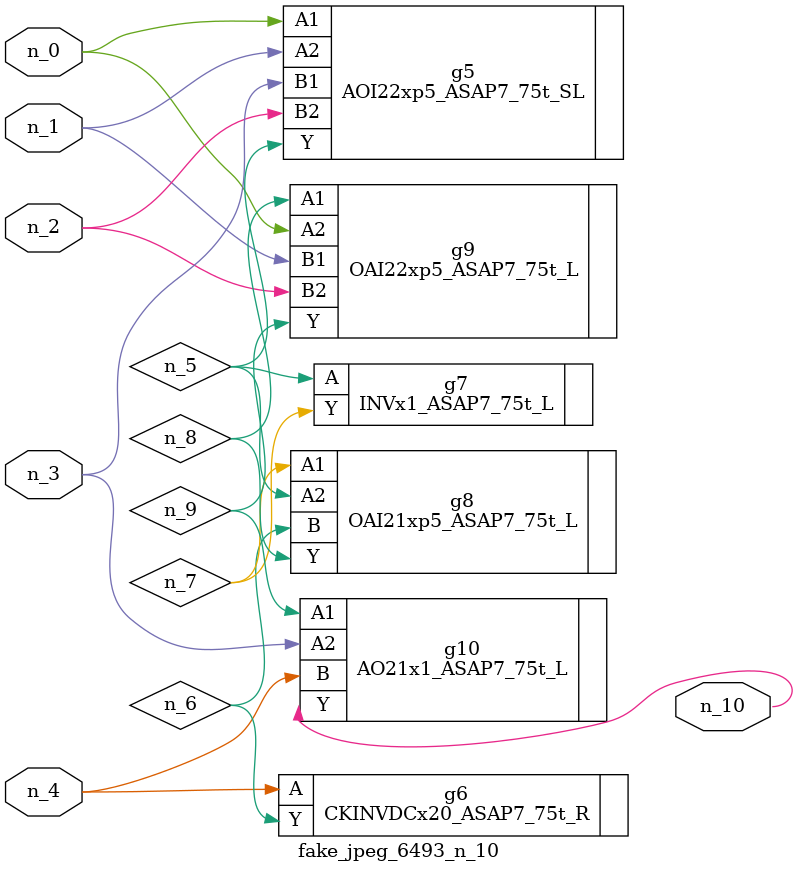
<source format=v>
module fake_jpeg_6493_n_10 (n_3, n_2, n_1, n_0, n_4, n_10);

input n_3;
input n_2;
input n_1;
input n_0;
input n_4;

output n_10;

wire n_8;
wire n_9;
wire n_6;
wire n_5;
wire n_7;

AOI22xp5_ASAP7_75t_SL g5 ( 
.A1(n_0),
.A2(n_1),
.B1(n_3),
.B2(n_2),
.Y(n_5)
);

CKINVDCx20_ASAP7_75t_R g6 ( 
.A(n_4),
.Y(n_6)
);

INVx1_ASAP7_75t_L g7 ( 
.A(n_5),
.Y(n_7)
);

OAI21xp5_ASAP7_75t_L g8 ( 
.A1(n_7),
.A2(n_5),
.B(n_6),
.Y(n_8)
);

OAI22xp5_ASAP7_75t_L g9 ( 
.A1(n_8),
.A2(n_0),
.B1(n_1),
.B2(n_2),
.Y(n_9)
);

AO21x1_ASAP7_75t_L g10 ( 
.A1(n_9),
.A2(n_3),
.B(n_4),
.Y(n_10)
);


endmodule
</source>
